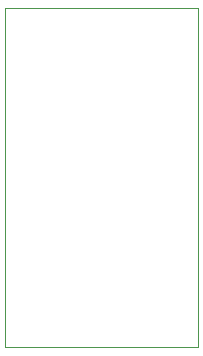
<source format=gbr>
%TF.GenerationSoftware,KiCad,Pcbnew,8.0.1*%
%TF.CreationDate,2025-01-22T19:34:23-07:00*%
%TF.ProjectId,TempSensor,54656d70-5365-46e7-936f-722e6b696361,rev?*%
%TF.SameCoordinates,Original*%
%TF.FileFunction,Profile,NP*%
%FSLAX46Y46*%
G04 Gerber Fmt 4.6, Leading zero omitted, Abs format (unit mm)*
G04 Created by KiCad (PCBNEW 8.0.1) date 2025-01-22 19:34:23*
%MOMM*%
%LPD*%
G01*
G04 APERTURE LIST*
%TA.AperFunction,Profile*%
%ADD10C,0.050000*%
%TD*%
G04 APERTURE END LIST*
D10*
X169945000Y-61460000D02*
X186305000Y-61460000D01*
X186305000Y-90170000D01*
X169945000Y-90170000D01*
X169945000Y-61460000D01*
M02*

</source>
